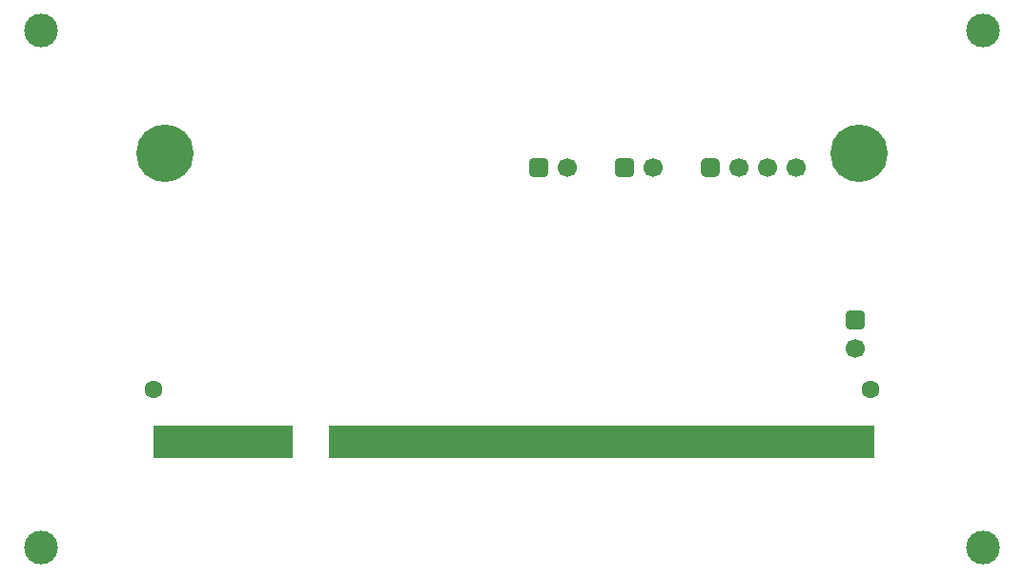
<source format=gbs>
G04*
G04 #@! TF.GenerationSoftware,Altium Limited,Altium Designer,19.0.12 (326)*
G04*
G04 Layer_Color=16711935*
%FSLAX44Y44*%
%MOMM*%
G71*
G01*
G75*
%ADD22C,3.0000*%
%ADD24R,1.0500X2.9000*%
%ADD26C,5.1000*%
%ADD27C,1.7000*%
G04:AMPARAMS|DCode=28|XSize=1.624mm|YSize=1.624mm|CornerRadius=0.2405mm|HoleSize=0mm|Usage=FLASHONLY|Rotation=90.000|XOffset=0mm|YOffset=0mm|HoleType=Round|Shape=RoundedRectangle|*
%AMROUNDEDRECTD28*
21,1,1.6240,1.1430,0,0,90.0*
21,1,1.1430,1.6240,0,0,90.0*
1,1,0.4810,0.5715,0.5715*
1,1,0.4810,0.5715,-0.5715*
1,1,0.4810,-0.5715,-0.5715*
1,1,0.4810,-0.5715,0.5715*
%
%ADD28ROUNDEDRECTD28*%
G04:AMPARAMS|DCode=29|XSize=1.7mm|YSize=1.7mm|CornerRadius=0.45mm|HoleSize=0mm|Usage=FLASHONLY|Rotation=0.000|XOffset=0mm|YOffset=0mm|HoleType=Round|Shape=RoundedRectangle|*
%AMROUNDEDRECTD29*
21,1,1.7000,0.8000,0,0,0.0*
21,1,0.8000,1.7000,0,0,0.0*
1,1,0.9000,0.4000,-0.4000*
1,1,0.9000,-0.4000,-0.4000*
1,1,0.9000,-0.4000,0.4000*
1,1,0.9000,0.4000,0.4000*
%
%ADD29ROUNDEDRECTD29*%
%ADD30C,1.6000*%
G04:AMPARAMS|DCode=31|XSize=1.624mm|YSize=1.624mm|CornerRadius=0.2405mm|HoleSize=0mm|Usage=FLASHONLY|Rotation=0.000|XOffset=0mm|YOffset=0mm|HoleType=Round|Shape=RoundedRectangle|*
%AMROUNDEDRECTD31*
21,1,1.6240,1.1430,0,0,0.0*
21,1,1.1430,1.6240,0,0,0.0*
1,1,0.4810,0.5715,-0.5715*
1,1,0.4810,-0.5715,-0.5715*
1,1,0.4810,-0.5715,0.5715*
1,1,0.4810,0.5715,0.5715*
%
%ADD31ROUNDEDRECTD31*%
D22*
X-80000Y380000D02*
D03*
X756000Y380000D02*
D03*
Y-80000D02*
D03*
X-80000Y-80000D02*
D03*
D24*
X24500Y14000D02*
D03*
X30500D02*
D03*
X36500D02*
D03*
X42500D02*
D03*
X48500D02*
D03*
X54500D02*
D03*
X60500D02*
D03*
X66500D02*
D03*
X72500D02*
D03*
X78500D02*
D03*
X84500D02*
D03*
X90500D02*
D03*
X96500D02*
D03*
X102500D02*
D03*
X108500D02*
D03*
X114500D02*
D03*
X120500D02*
D03*
X126500D02*
D03*
X132500D02*
D03*
X138500D02*
D03*
X180500D02*
D03*
X186500D02*
D03*
X192500D02*
D03*
X198500D02*
D03*
X204500D02*
D03*
X210500D02*
D03*
X216500D02*
D03*
X222500D02*
D03*
X228500D02*
D03*
X234500D02*
D03*
X240500D02*
D03*
X246500D02*
D03*
X252500D02*
D03*
X258500D02*
D03*
X264500D02*
D03*
X270500D02*
D03*
X276500D02*
D03*
X282500D02*
D03*
X288500D02*
D03*
X294500D02*
D03*
X300500D02*
D03*
X306500D02*
D03*
X312500D02*
D03*
X318500D02*
D03*
X324500D02*
D03*
X330500D02*
D03*
X336500D02*
D03*
X342500D02*
D03*
X348500D02*
D03*
X354500D02*
D03*
X360500D02*
D03*
X366500D02*
D03*
X372500D02*
D03*
X378500D02*
D03*
X384500D02*
D03*
X390500D02*
D03*
X396500D02*
D03*
X402500D02*
D03*
X408500D02*
D03*
X414500D02*
D03*
X420500D02*
D03*
X426500D02*
D03*
X432500D02*
D03*
X438500D02*
D03*
X444500D02*
D03*
X450500D02*
D03*
X456500D02*
D03*
X462500D02*
D03*
X468500D02*
D03*
X474500D02*
D03*
X480500D02*
D03*
X486500D02*
D03*
X492500D02*
D03*
X498500D02*
D03*
X504500D02*
D03*
X510500D02*
D03*
X516500D02*
D03*
X522500D02*
D03*
X528500D02*
D03*
X534500D02*
D03*
X540500D02*
D03*
X546500D02*
D03*
X552500D02*
D03*
X558500D02*
D03*
X564500D02*
D03*
X570500D02*
D03*
X576500D02*
D03*
X582500D02*
D03*
X588500D02*
D03*
X594500D02*
D03*
X600500D02*
D03*
X606500D02*
D03*
X612500D02*
D03*
X618500D02*
D03*
X624500D02*
D03*
X630500D02*
D03*
X636500D02*
D03*
X642500D02*
D03*
X648500D02*
D03*
X654500D02*
D03*
D26*
X30000Y270000D02*
D03*
X646000D02*
D03*
D27*
X463536Y258000D02*
D03*
X387279D02*
D03*
X590678D02*
D03*
X539821D02*
D03*
X565250D02*
D03*
X642500Y96800D02*
D03*
D28*
X438136Y258000D02*
D03*
X361879D02*
D03*
D29*
X514393D02*
D03*
D30*
X656000Y60000D02*
D03*
X20000D02*
D03*
D31*
X642500Y122200D02*
D03*
M02*

</source>
